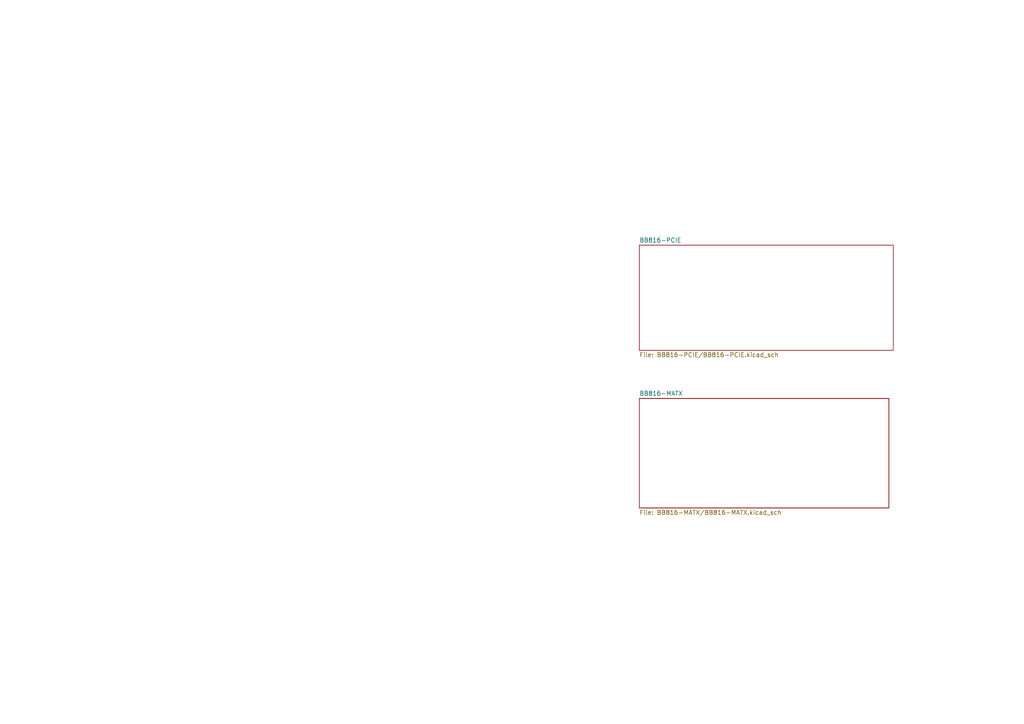
<source format=kicad_sch>
(kicad_sch (version 20230121) (generator eeschema)
  (paper "A4")
  (lib_symbols)
  (sheet (at 185.42 115.57) (size 72.39 31.75) (stroke (width 0.1524))
    (property "Sheetname" "BB816-MATX" (at 185.42 114.8584 0) (effects (justify left bottom)))
    (property "Sheetfile" "BB816-MATX/BB816-MATX.kicad_sch" (at 185.42 147.9046 0) (effects (justify left top)))
  )
  (sheet (at 185.42 71.12) (size 73.66 30.48) (stroke (width 0.1524))
    (property "Sheetname" "BB816-PCIE" (at 185.42 70.4084 0) (effects (justify left bottom)))
    (property "Sheetfile" "BB816-PCIE/BB816-PCIE.kicad_sch" (at 185.42 102.1846 0) (effects (justify left top)))
  )
)
</source>
